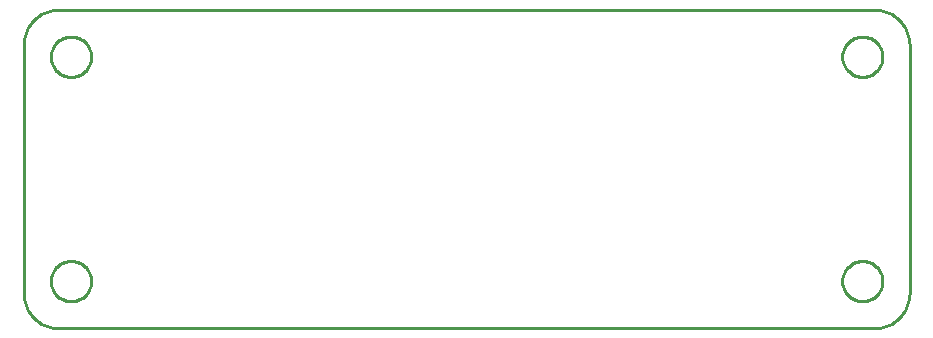
<source format=gbr>
G04 EAGLE Gerber RS-274X export*
G75*
%MOMM*%
%FSLAX34Y34*%
%LPD*%
%IN*%
%IPPOS*%
%AMOC8*
5,1,8,0,0,1.08239X$1,22.5*%
G01*
%ADD10C,0.254000*%


D10*
X31400Y60100D02*
X31514Y57485D01*
X31856Y54891D01*
X32422Y52335D01*
X33209Y49839D01*
X34211Y47421D01*
X35419Y45100D01*
X36825Y42893D01*
X38419Y40816D01*
X40187Y38887D01*
X42116Y37119D01*
X44193Y35525D01*
X46400Y34119D01*
X48721Y32911D01*
X51139Y31909D01*
X53635Y31122D01*
X56191Y30556D01*
X58785Y30214D01*
X61400Y30100D01*
X751400Y30100D01*
X754015Y30214D01*
X756609Y30556D01*
X759165Y31122D01*
X761661Y31909D01*
X764079Y32911D01*
X766400Y34119D01*
X768607Y35525D01*
X770684Y37119D01*
X772613Y38887D01*
X774381Y40816D01*
X775975Y42893D01*
X777381Y45100D01*
X778589Y47421D01*
X779591Y49839D01*
X780378Y52335D01*
X780944Y54891D01*
X781286Y57485D01*
X781400Y60100D01*
X781400Y270100D01*
X781286Y272715D01*
X780944Y275309D01*
X780378Y277865D01*
X779591Y280361D01*
X778589Y282779D01*
X777381Y285100D01*
X775975Y287307D01*
X774381Y289384D01*
X772613Y291313D01*
X770684Y293081D01*
X768607Y294675D01*
X766400Y296081D01*
X764079Y297289D01*
X761661Y298291D01*
X759165Y299078D01*
X756609Y299644D01*
X754015Y299986D01*
X751400Y300100D01*
X61400Y300100D01*
X58785Y299986D01*
X56191Y299644D01*
X53635Y299078D01*
X51139Y298291D01*
X48721Y297289D01*
X46400Y296081D01*
X44193Y294675D01*
X42116Y293081D01*
X40187Y291313D01*
X38419Y289384D01*
X36825Y287307D01*
X35419Y285100D01*
X34211Y282779D01*
X33209Y280361D01*
X32422Y277865D01*
X31856Y275309D01*
X31514Y272715D01*
X31400Y270100D01*
X31400Y60100D01*
X88400Y69543D02*
X88400Y70657D01*
X88327Y71767D01*
X88182Y72871D01*
X87965Y73962D01*
X87677Y75037D01*
X87319Y76091D01*
X86893Y77120D01*
X86401Y78118D01*
X85844Y79082D01*
X85226Y80007D01*
X84548Y80890D01*
X83814Y81727D01*
X83027Y82514D01*
X82190Y83248D01*
X81307Y83926D01*
X80382Y84544D01*
X79418Y85101D01*
X78420Y85593D01*
X77391Y86019D01*
X76337Y86377D01*
X75262Y86665D01*
X74171Y86882D01*
X73067Y87027D01*
X71957Y87100D01*
X70843Y87100D01*
X69733Y87027D01*
X68629Y86882D01*
X67538Y86665D01*
X66463Y86377D01*
X65409Y86019D01*
X64380Y85593D01*
X63382Y85101D01*
X62418Y84544D01*
X61493Y83926D01*
X60610Y83248D01*
X59773Y82514D01*
X58986Y81727D01*
X58252Y80890D01*
X57574Y80007D01*
X56956Y79082D01*
X56399Y78118D01*
X55907Y77120D01*
X55481Y76091D01*
X55123Y75037D01*
X54835Y73962D01*
X54618Y72871D01*
X54473Y71767D01*
X54400Y70657D01*
X54400Y69543D01*
X54473Y68433D01*
X54618Y67329D01*
X54835Y66238D01*
X55123Y65163D01*
X55481Y64109D01*
X55907Y63080D01*
X56399Y62082D01*
X56956Y61118D01*
X57574Y60193D01*
X58252Y59310D01*
X58986Y58473D01*
X59773Y57686D01*
X60610Y56952D01*
X61493Y56274D01*
X62418Y55656D01*
X63382Y55099D01*
X64380Y54607D01*
X65409Y54181D01*
X66463Y53823D01*
X67538Y53535D01*
X68629Y53318D01*
X69733Y53173D01*
X70843Y53100D01*
X71957Y53100D01*
X73067Y53173D01*
X74171Y53318D01*
X75262Y53535D01*
X76337Y53823D01*
X77391Y54181D01*
X78420Y54607D01*
X79418Y55099D01*
X80382Y55656D01*
X81307Y56274D01*
X82190Y56952D01*
X83027Y57686D01*
X83814Y58473D01*
X84548Y59310D01*
X85226Y60193D01*
X85844Y61118D01*
X86401Y62082D01*
X86893Y63080D01*
X87319Y64109D01*
X87677Y65163D01*
X87965Y66238D01*
X88182Y67329D01*
X88327Y68433D01*
X88400Y69543D01*
X758400Y259543D02*
X758400Y260657D01*
X758327Y261767D01*
X758182Y262871D01*
X757965Y263962D01*
X757677Y265037D01*
X757319Y266091D01*
X756893Y267120D01*
X756401Y268118D01*
X755844Y269082D01*
X755226Y270007D01*
X754548Y270890D01*
X753814Y271727D01*
X753027Y272514D01*
X752190Y273248D01*
X751307Y273926D01*
X750382Y274544D01*
X749418Y275101D01*
X748420Y275593D01*
X747391Y276019D01*
X746337Y276377D01*
X745262Y276665D01*
X744171Y276882D01*
X743067Y277027D01*
X741957Y277100D01*
X740843Y277100D01*
X739733Y277027D01*
X738629Y276882D01*
X737538Y276665D01*
X736463Y276377D01*
X735409Y276019D01*
X734380Y275593D01*
X733382Y275101D01*
X732418Y274544D01*
X731493Y273926D01*
X730610Y273248D01*
X729773Y272514D01*
X728986Y271727D01*
X728252Y270890D01*
X727574Y270007D01*
X726956Y269082D01*
X726399Y268118D01*
X725907Y267120D01*
X725481Y266091D01*
X725123Y265037D01*
X724835Y263962D01*
X724618Y262871D01*
X724473Y261767D01*
X724400Y260657D01*
X724400Y259543D01*
X724473Y258433D01*
X724618Y257329D01*
X724835Y256238D01*
X725123Y255163D01*
X725481Y254109D01*
X725907Y253080D01*
X726399Y252082D01*
X726956Y251118D01*
X727574Y250193D01*
X728252Y249310D01*
X728986Y248473D01*
X729773Y247686D01*
X730610Y246952D01*
X731493Y246274D01*
X732418Y245656D01*
X733382Y245099D01*
X734380Y244607D01*
X735409Y244181D01*
X736463Y243823D01*
X737538Y243535D01*
X738629Y243318D01*
X739733Y243173D01*
X740843Y243100D01*
X741957Y243100D01*
X743067Y243173D01*
X744171Y243318D01*
X745262Y243535D01*
X746337Y243823D01*
X747391Y244181D01*
X748420Y244607D01*
X749418Y245099D01*
X750382Y245656D01*
X751307Y246274D01*
X752190Y246952D01*
X753027Y247686D01*
X753814Y248473D01*
X754548Y249310D01*
X755226Y250193D01*
X755844Y251118D01*
X756401Y252082D01*
X756893Y253080D01*
X757319Y254109D01*
X757677Y255163D01*
X757965Y256238D01*
X758182Y257329D01*
X758327Y258433D01*
X758400Y259543D01*
X88400Y259543D02*
X88400Y260657D01*
X88327Y261767D01*
X88182Y262871D01*
X87965Y263962D01*
X87677Y265037D01*
X87319Y266091D01*
X86893Y267120D01*
X86401Y268118D01*
X85844Y269082D01*
X85226Y270007D01*
X84548Y270890D01*
X83814Y271727D01*
X83027Y272514D01*
X82190Y273248D01*
X81307Y273926D01*
X80382Y274544D01*
X79418Y275101D01*
X78420Y275593D01*
X77391Y276019D01*
X76337Y276377D01*
X75262Y276665D01*
X74171Y276882D01*
X73067Y277027D01*
X71957Y277100D01*
X70843Y277100D01*
X69733Y277027D01*
X68629Y276882D01*
X67538Y276665D01*
X66463Y276377D01*
X65409Y276019D01*
X64380Y275593D01*
X63382Y275101D01*
X62418Y274544D01*
X61493Y273926D01*
X60610Y273248D01*
X59773Y272514D01*
X58986Y271727D01*
X58252Y270890D01*
X57574Y270007D01*
X56956Y269082D01*
X56399Y268118D01*
X55907Y267120D01*
X55481Y266091D01*
X55123Y265037D01*
X54835Y263962D01*
X54618Y262871D01*
X54473Y261767D01*
X54400Y260657D01*
X54400Y259543D01*
X54473Y258433D01*
X54618Y257329D01*
X54835Y256238D01*
X55123Y255163D01*
X55481Y254109D01*
X55907Y253080D01*
X56399Y252082D01*
X56956Y251118D01*
X57574Y250193D01*
X58252Y249310D01*
X58986Y248473D01*
X59773Y247686D01*
X60610Y246952D01*
X61493Y246274D01*
X62418Y245656D01*
X63382Y245099D01*
X64380Y244607D01*
X65409Y244181D01*
X66463Y243823D01*
X67538Y243535D01*
X68629Y243318D01*
X69733Y243173D01*
X70843Y243100D01*
X71957Y243100D01*
X73067Y243173D01*
X74171Y243318D01*
X75262Y243535D01*
X76337Y243823D01*
X77391Y244181D01*
X78420Y244607D01*
X79418Y245099D01*
X80382Y245656D01*
X81307Y246274D01*
X82190Y246952D01*
X83027Y247686D01*
X83814Y248473D01*
X84548Y249310D01*
X85226Y250193D01*
X85844Y251118D01*
X86401Y252082D01*
X86893Y253080D01*
X87319Y254109D01*
X87677Y255163D01*
X87965Y256238D01*
X88182Y257329D01*
X88327Y258433D01*
X88400Y259543D01*
X758400Y69543D02*
X758400Y70657D01*
X758327Y71767D01*
X758182Y72871D01*
X757965Y73962D01*
X757677Y75037D01*
X757319Y76091D01*
X756893Y77120D01*
X756401Y78118D01*
X755844Y79082D01*
X755226Y80007D01*
X754548Y80890D01*
X753814Y81727D01*
X753027Y82514D01*
X752190Y83248D01*
X751307Y83926D01*
X750382Y84544D01*
X749418Y85101D01*
X748420Y85593D01*
X747391Y86019D01*
X746337Y86377D01*
X745262Y86665D01*
X744171Y86882D01*
X743067Y87027D01*
X741957Y87100D01*
X740843Y87100D01*
X739733Y87027D01*
X738629Y86882D01*
X737538Y86665D01*
X736463Y86377D01*
X735409Y86019D01*
X734380Y85593D01*
X733382Y85101D01*
X732418Y84544D01*
X731493Y83926D01*
X730610Y83248D01*
X729773Y82514D01*
X728986Y81727D01*
X728252Y80890D01*
X727574Y80007D01*
X726956Y79082D01*
X726399Y78118D01*
X725907Y77120D01*
X725481Y76091D01*
X725123Y75037D01*
X724835Y73962D01*
X724618Y72871D01*
X724473Y71767D01*
X724400Y70657D01*
X724400Y69543D01*
X724473Y68433D01*
X724618Y67329D01*
X724835Y66238D01*
X725123Y65163D01*
X725481Y64109D01*
X725907Y63080D01*
X726399Y62082D01*
X726956Y61118D01*
X727574Y60193D01*
X728252Y59310D01*
X728986Y58473D01*
X729773Y57686D01*
X730610Y56952D01*
X731493Y56274D01*
X732418Y55656D01*
X733382Y55099D01*
X734380Y54607D01*
X735409Y54181D01*
X736463Y53823D01*
X737538Y53535D01*
X738629Y53318D01*
X739733Y53173D01*
X740843Y53100D01*
X741957Y53100D01*
X743067Y53173D01*
X744171Y53318D01*
X745262Y53535D01*
X746337Y53823D01*
X747391Y54181D01*
X748420Y54607D01*
X749418Y55099D01*
X750382Y55656D01*
X751307Y56274D01*
X752190Y56952D01*
X753027Y57686D01*
X753814Y58473D01*
X754548Y59310D01*
X755226Y60193D01*
X755844Y61118D01*
X756401Y62082D01*
X756893Y63080D01*
X757319Y64109D01*
X757677Y65163D01*
X757965Y66238D01*
X758182Y67329D01*
X758327Y68433D01*
X758400Y69543D01*
M02*

</source>
